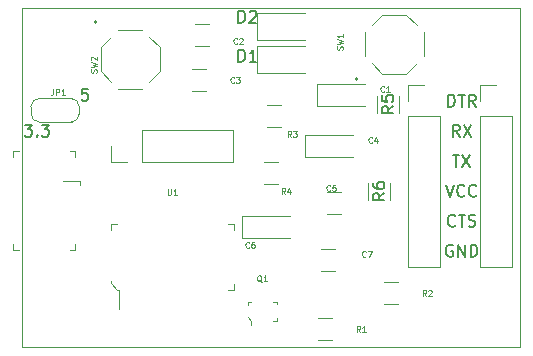
<source format=gbr>
G04 #@! TF.GenerationSoftware,KiCad,Pcbnew,5.1.9+dfsg1-1*
G04 #@! TF.CreationDate,2021-07-15T21:40:15-06:00*
G04 #@! TF.ProjectId,ESP_Programmer,4553505f-5072-46f6-9772-616d6d65722e,rev?*
G04 #@! TF.SameCoordinates,Original*
G04 #@! TF.FileFunction,Legend,Top*
G04 #@! TF.FilePolarity,Positive*
%FSLAX46Y46*%
G04 Gerber Fmt 4.6, Leading zero omitted, Abs format (unit mm)*
G04 Created by KiCad (PCBNEW 5.1.9+dfsg1-1) date 2021-07-15 21:40:15*
%MOMM*%
%LPD*%
G01*
G04 APERTURE LIST*
G04 #@! TA.AperFunction,Profile*
%ADD10C,0.050000*%
G04 #@! TD*
%ADD11C,0.120000*%
%ADD12C,0.150000*%
%ADD13C,0.070000*%
G04 APERTURE END LIST*
D10*
X184658000Y-116840000D02*
X195580000Y-116840000D01*
X184658000Y-88138000D02*
X184658000Y-116840000D01*
X184912000Y-88138000D02*
X184658000Y-88138000D01*
X226822000Y-88138000D02*
X184912000Y-88138000D01*
X226822000Y-116840000D02*
X226822000Y-88138000D01*
X226568000Y-116840000D02*
X226822000Y-116840000D01*
X195580000Y-116840000D02*
X226568000Y-116840000D01*
D11*
G04 #@! TO.C,R6*
X213974000Y-104359064D02*
X213974000Y-102904936D01*
X215794000Y-104359064D02*
X215794000Y-102904936D01*
G04 #@! TO.C,R5*
X214736000Y-96993064D02*
X214736000Y-95538936D01*
X216556000Y-96993064D02*
X216556000Y-95538936D01*
G04 #@! TO.C,D2*
X208610000Y-88527000D02*
X204550000Y-88527000D01*
X204550000Y-88527000D02*
X204550000Y-90797000D01*
X204550000Y-90797000D02*
X208610000Y-90797000D01*
G04 #@! TO.C,D1*
X208610000Y-91321000D02*
X204550000Y-91321000D01*
X204550000Y-91321000D02*
X204550000Y-93591000D01*
X204550000Y-93591000D02*
X208610000Y-93591000D01*
G04 #@! TO.C,U1*
X202558000Y-112020000D02*
X202058000Y-112020000D01*
X202558000Y-112020000D02*
X202558000Y-111520000D01*
X202558000Y-106420000D02*
X202058000Y-106420000D01*
X202558000Y-106420000D02*
X202558000Y-106920000D01*
X192158000Y-106420000D02*
X192658000Y-106420000D01*
X192158000Y-106420000D02*
X192158000Y-106920000D01*
X192833000Y-111970000D02*
X192833000Y-113645000D01*
X192683000Y-111970000D02*
X192833000Y-111970000D01*
X192158000Y-111445000D02*
X192683000Y-111970000D01*
X192158000Y-111270000D02*
X192158000Y-111445000D01*
G04 #@! TO.C,SW2*
X191302002Y-91455997D02*
X192202003Y-90555999D01*
X191302002Y-93455998D02*
X192202003Y-94355996D01*
X195402002Y-94355996D02*
X196302003Y-93455998D01*
X195402002Y-90555999D02*
X196302003Y-91455997D01*
X192802002Y-89955997D02*
X194802003Y-89955997D01*
X196302003Y-93455998D02*
X196302003Y-91455997D01*
X191302002Y-93455998D02*
X191302002Y-91455997D01*
X192802002Y-94955998D02*
X194802003Y-94955998D01*
X190977004Y-89305999D02*
G75*
G03*
X190977004Y-89305999I-125001J0D01*
G01*
G04 #@! TO.C,SW1*
X215153997Y-93685998D02*
X214253999Y-92785997D01*
X217153998Y-93685998D02*
X218053996Y-92785997D01*
X218053996Y-89585998D02*
X217153998Y-88685997D01*
X214253999Y-89585998D02*
X215153997Y-88685997D01*
X213653997Y-92185998D02*
X213653997Y-90185997D01*
X217153998Y-88685997D02*
X215153997Y-88685997D01*
X217153998Y-93685998D02*
X215153997Y-93685998D01*
X218653998Y-92185998D02*
X218653998Y-90185997D01*
X213129000Y-94135997D02*
G75*
G03*
X213129000Y-94135997I-125001J0D01*
G01*
G04 #@! TO.C,R4*
X205137936Y-103018000D02*
X206342064Y-103018000D01*
X205137936Y-101198000D02*
X206342064Y-101198000D01*
G04 #@! TO.C,R3*
X205391936Y-98192000D02*
X206596064Y-98192000D01*
X205391936Y-96372000D02*
X206596064Y-96372000D01*
G04 #@! TO.C,R2*
X216502064Y-111358000D02*
X215297936Y-111358000D01*
X216502064Y-113178000D02*
X215297936Y-113178000D01*
G04 #@! TO.C,R1*
X210914064Y-114406000D02*
X209709936Y-114406000D01*
X210914064Y-116226000D02*
X209709936Y-116226000D01*
G04 #@! TO.C,Q1*
X206203000Y-112992000D02*
X206203000Y-113217000D01*
X205903000Y-112992000D02*
X206203000Y-112992000D01*
X206203000Y-114592000D02*
X206203000Y-114342000D01*
X205928000Y-114592000D02*
X206203000Y-114592000D01*
X203753000Y-112992000D02*
X203753000Y-113292000D01*
X204053000Y-112992000D02*
X203753000Y-112992000D01*
X204053000Y-114592000D02*
X204053000Y-114992000D01*
X203753000Y-114267000D02*
X204053000Y-114592000D01*
G04 #@! TO.C,JP1*
X186052000Y-95774000D02*
X188852000Y-95774000D01*
X189502000Y-96474000D02*
X189502000Y-97074000D01*
X188852000Y-97774000D02*
X186052000Y-97774000D01*
X185402000Y-97074000D02*
X185402000Y-96474000D01*
X185402000Y-96474000D02*
G75*
G02*
X186102000Y-95774000I700000J0D01*
G01*
X186102000Y-97774000D02*
G75*
G02*
X185402000Y-97074000I0J700000D01*
G01*
X189502000Y-97074000D02*
G75*
G02*
X188802000Y-97774000I-700000J0D01*
G01*
X188802000Y-95774000D02*
G75*
G02*
X189502000Y-96474000I0J-700000D01*
G01*
G04 #@! TO.C,J4*
X223460000Y-94682000D02*
X224790000Y-94682000D01*
X223460000Y-96012000D02*
X223460000Y-94682000D01*
X223460000Y-97282000D02*
X226120000Y-97282000D01*
X226120000Y-97282000D02*
X226120000Y-110042000D01*
X223460000Y-97282000D02*
X223460000Y-110042000D01*
X223460000Y-110042000D02*
X226120000Y-110042000D01*
G04 #@! TO.C,J3*
X217364000Y-94682000D02*
X218694000Y-94682000D01*
X217364000Y-96012000D02*
X217364000Y-94682000D01*
X217364000Y-97282000D02*
X220024000Y-97282000D01*
X220024000Y-97282000D02*
X220024000Y-110042000D01*
X217364000Y-97282000D02*
X217364000Y-110042000D01*
X217364000Y-110042000D02*
X220024000Y-110042000D01*
G04 #@! TO.C,J2*
X192218000Y-101152000D02*
X192218000Y-99822000D01*
X193548000Y-101152000D02*
X192218000Y-101152000D01*
X194818000Y-101152000D02*
X194818000Y-98492000D01*
X194818000Y-98492000D02*
X202498000Y-98492000D01*
X194818000Y-101152000D02*
X202498000Y-101152000D01*
X202498000Y-101152000D02*
X202498000Y-98492000D01*
G04 #@! TO.C,J1*
X189322000Y-102794000D02*
X189522000Y-102794000D01*
X189522000Y-102794000D02*
X189522000Y-103094000D01*
X189322000Y-102794000D02*
X188122000Y-102794000D01*
X183922000Y-108594000D02*
X184422000Y-108594000D01*
X183922000Y-108094000D02*
X183922000Y-108594000D01*
X183922000Y-100194000D02*
X184422000Y-100194000D01*
X183922000Y-100194000D02*
X183922000Y-100694000D01*
X189172000Y-100194000D02*
X188672000Y-100194000D01*
X189172000Y-100694000D02*
X189172000Y-100194000D01*
X189172000Y-108594000D02*
X188672000Y-108594000D01*
X189172000Y-108594000D02*
X189172000Y-108094000D01*
G04 #@! TO.C,C7*
X209927436Y-110384000D02*
X211131564Y-110384000D01*
X209927436Y-108564000D02*
X211131564Y-108564000D01*
G04 #@! TO.C,C6*
X203255000Y-107615000D02*
X207340000Y-107615000D01*
X203255000Y-105745000D02*
X203255000Y-107615000D01*
X207340000Y-105745000D02*
X203255000Y-105745000D01*
G04 #@! TO.C,C5*
X210471936Y-105558000D02*
X211676064Y-105558000D01*
X210471936Y-103738000D02*
X211676064Y-103738000D01*
G04 #@! TO.C,C4*
X208589000Y-100757000D02*
X212674000Y-100757000D01*
X208589000Y-98887000D02*
X208589000Y-100757000D01*
X212674000Y-98887000D02*
X208589000Y-98887000D01*
G04 #@! TO.C,C3*
X199041936Y-95144000D02*
X200246064Y-95144000D01*
X199041936Y-93324000D02*
X200246064Y-93324000D01*
G04 #@! TO.C,C2*
X200500064Y-91334000D02*
X199295936Y-91334000D01*
X200500064Y-89514000D02*
X199295936Y-89514000D01*
G04 #@! TO.C,C1*
X209605000Y-96439000D02*
X213690000Y-96439000D01*
X209605000Y-94569000D02*
X209605000Y-96439000D01*
X213690000Y-94569000D02*
X209605000Y-94569000D01*
G04 #@! TD*
G04 #@! TO.C,R6*
D12*
X215336380Y-103798666D02*
X214860190Y-104132000D01*
X215336380Y-104370095D02*
X214336380Y-104370095D01*
X214336380Y-103989142D01*
X214384000Y-103893904D01*
X214431619Y-103846285D01*
X214526857Y-103798666D01*
X214669714Y-103798666D01*
X214764952Y-103846285D01*
X214812571Y-103893904D01*
X214860190Y-103989142D01*
X214860190Y-104370095D01*
X214336380Y-102941523D02*
X214336380Y-103132000D01*
X214384000Y-103227238D01*
X214431619Y-103274857D01*
X214574476Y-103370095D01*
X214764952Y-103417714D01*
X215145904Y-103417714D01*
X215241142Y-103370095D01*
X215288761Y-103322476D01*
X215336380Y-103227238D01*
X215336380Y-103036761D01*
X215288761Y-102941523D01*
X215241142Y-102893904D01*
X215145904Y-102846285D01*
X214907809Y-102846285D01*
X214812571Y-102893904D01*
X214764952Y-102941523D01*
X214717333Y-103036761D01*
X214717333Y-103227238D01*
X214764952Y-103322476D01*
X214812571Y-103370095D01*
X214907809Y-103417714D01*
G04 #@! TO.C,R5*
X216098380Y-96432666D02*
X215622190Y-96766000D01*
X216098380Y-97004095D02*
X215098380Y-97004095D01*
X215098380Y-96623142D01*
X215146000Y-96527904D01*
X215193619Y-96480285D01*
X215288857Y-96432666D01*
X215431714Y-96432666D01*
X215526952Y-96480285D01*
X215574571Y-96527904D01*
X215622190Y-96623142D01*
X215622190Y-97004095D01*
X215098380Y-95527904D02*
X215098380Y-96004095D01*
X215574571Y-96051714D01*
X215526952Y-96004095D01*
X215479333Y-95908857D01*
X215479333Y-95670761D01*
X215526952Y-95575523D01*
X215574571Y-95527904D01*
X215669809Y-95480285D01*
X215907904Y-95480285D01*
X216003142Y-95527904D01*
X216050761Y-95575523D01*
X216098380Y-95670761D01*
X216098380Y-95908857D01*
X216050761Y-96004095D01*
X216003142Y-96051714D01*
G04 #@! TO.C,D2*
X202969904Y-89352380D02*
X202969904Y-88352380D01*
X203208000Y-88352380D01*
X203350857Y-88400000D01*
X203446095Y-88495238D01*
X203493714Y-88590476D01*
X203541333Y-88780952D01*
X203541333Y-88923809D01*
X203493714Y-89114285D01*
X203446095Y-89209523D01*
X203350857Y-89304761D01*
X203208000Y-89352380D01*
X202969904Y-89352380D01*
X203922285Y-88447619D02*
X203969904Y-88400000D01*
X204065142Y-88352380D01*
X204303238Y-88352380D01*
X204398476Y-88400000D01*
X204446095Y-88447619D01*
X204493714Y-88542857D01*
X204493714Y-88638095D01*
X204446095Y-88780952D01*
X203874666Y-89352380D01*
X204493714Y-89352380D01*
G04 #@! TO.C,D1*
X202969904Y-92654380D02*
X202969904Y-91654380D01*
X203208000Y-91654380D01*
X203350857Y-91702000D01*
X203446095Y-91797238D01*
X203493714Y-91892476D01*
X203541333Y-92082952D01*
X203541333Y-92225809D01*
X203493714Y-92416285D01*
X203446095Y-92511523D01*
X203350857Y-92606761D01*
X203208000Y-92654380D01*
X202969904Y-92654380D01*
X204493714Y-92654380D02*
X203922285Y-92654380D01*
X204208000Y-92654380D02*
X204208000Y-91654380D01*
X204112761Y-91797238D01*
X204017523Y-91892476D01*
X203922285Y-91940095D01*
G04 #@! TO.C,U1*
D13*
X196977047Y-103436190D02*
X196977047Y-103840952D01*
X197000857Y-103888571D01*
X197024666Y-103912380D01*
X197072285Y-103936190D01*
X197167523Y-103936190D01*
X197215142Y-103912380D01*
X197238952Y-103888571D01*
X197262761Y-103840952D01*
X197262761Y-103436190D01*
X197762761Y-103936190D02*
X197477047Y-103936190D01*
X197619904Y-103936190D02*
X197619904Y-103436190D01*
X197572285Y-103507619D01*
X197524666Y-103555238D01*
X197477047Y-103579047D01*
G04 #@! TO.C,SW2*
X190956380Y-93585261D02*
X190980190Y-93513833D01*
X190980190Y-93394785D01*
X190956380Y-93347166D01*
X190932571Y-93323357D01*
X190884952Y-93299547D01*
X190837333Y-93299547D01*
X190789714Y-93323357D01*
X190765904Y-93347166D01*
X190742095Y-93394785D01*
X190718285Y-93490023D01*
X190694476Y-93537642D01*
X190670666Y-93561452D01*
X190623047Y-93585261D01*
X190575428Y-93585261D01*
X190527809Y-93561452D01*
X190504000Y-93537642D01*
X190480190Y-93490023D01*
X190480190Y-93370976D01*
X190504000Y-93299547D01*
X190480190Y-93132880D02*
X190980190Y-93013833D01*
X190623047Y-92918595D01*
X190980190Y-92823357D01*
X190480190Y-92704309D01*
X190527809Y-92537642D02*
X190504000Y-92513833D01*
X190480190Y-92466214D01*
X190480190Y-92347166D01*
X190504000Y-92299547D01*
X190527809Y-92275738D01*
X190575428Y-92251928D01*
X190623047Y-92251928D01*
X190694476Y-92275738D01*
X190980190Y-92561452D01*
X190980190Y-92251928D01*
G04 #@! TO.C,SW1*
X211784380Y-91644071D02*
X211808190Y-91572642D01*
X211808190Y-91453595D01*
X211784380Y-91405976D01*
X211760571Y-91382166D01*
X211712952Y-91358357D01*
X211665333Y-91358357D01*
X211617714Y-91382166D01*
X211593904Y-91405976D01*
X211570095Y-91453595D01*
X211546285Y-91548833D01*
X211522476Y-91596452D01*
X211498666Y-91620261D01*
X211451047Y-91644071D01*
X211403428Y-91644071D01*
X211355809Y-91620261D01*
X211332000Y-91596452D01*
X211308190Y-91548833D01*
X211308190Y-91429785D01*
X211332000Y-91358357D01*
X211308190Y-91191690D02*
X211808190Y-91072642D01*
X211451047Y-90977404D01*
X211808190Y-90882166D01*
X211308190Y-90763119D01*
X211808190Y-90310738D02*
X211808190Y-90596452D01*
X211808190Y-90453595D02*
X211308190Y-90453595D01*
X211379619Y-90501214D01*
X211427238Y-90548833D01*
X211451047Y-90596452D01*
G04 #@! TO.C,R4*
X206926666Y-103858190D02*
X206760000Y-103620095D01*
X206640952Y-103858190D02*
X206640952Y-103358190D01*
X206831428Y-103358190D01*
X206879047Y-103382000D01*
X206902857Y-103405809D01*
X206926666Y-103453428D01*
X206926666Y-103524857D01*
X206902857Y-103572476D01*
X206879047Y-103596285D01*
X206831428Y-103620095D01*
X206640952Y-103620095D01*
X207355238Y-103524857D02*
X207355238Y-103858190D01*
X207236190Y-103334380D02*
X207117142Y-103691523D01*
X207426666Y-103691523D01*
G04 #@! TO.C,R3*
X207434666Y-99032190D02*
X207268000Y-98794095D01*
X207148952Y-99032190D02*
X207148952Y-98532190D01*
X207339428Y-98532190D01*
X207387047Y-98556000D01*
X207410857Y-98579809D01*
X207434666Y-98627428D01*
X207434666Y-98698857D01*
X207410857Y-98746476D01*
X207387047Y-98770285D01*
X207339428Y-98794095D01*
X207148952Y-98794095D01*
X207601333Y-98532190D02*
X207910857Y-98532190D01*
X207744190Y-98722666D01*
X207815619Y-98722666D01*
X207863238Y-98746476D01*
X207887047Y-98770285D01*
X207910857Y-98817904D01*
X207910857Y-98936952D01*
X207887047Y-98984571D01*
X207863238Y-99008380D01*
X207815619Y-99032190D01*
X207672761Y-99032190D01*
X207625142Y-99008380D01*
X207601333Y-98984571D01*
G04 #@! TO.C,R2*
X218864666Y-112494190D02*
X218698000Y-112256095D01*
X218578952Y-112494190D02*
X218578952Y-111994190D01*
X218769428Y-111994190D01*
X218817047Y-112018000D01*
X218840857Y-112041809D01*
X218864666Y-112089428D01*
X218864666Y-112160857D01*
X218840857Y-112208476D01*
X218817047Y-112232285D01*
X218769428Y-112256095D01*
X218578952Y-112256095D01*
X219055142Y-112041809D02*
X219078952Y-112018000D01*
X219126571Y-111994190D01*
X219245619Y-111994190D01*
X219293238Y-112018000D01*
X219317047Y-112041809D01*
X219340857Y-112089428D01*
X219340857Y-112137047D01*
X219317047Y-112208476D01*
X219031333Y-112494190D01*
X219340857Y-112494190D01*
G04 #@! TO.C,R1*
X213276666Y-115542190D02*
X213110000Y-115304095D01*
X212990952Y-115542190D02*
X212990952Y-115042190D01*
X213181428Y-115042190D01*
X213229047Y-115066000D01*
X213252857Y-115089809D01*
X213276666Y-115137428D01*
X213276666Y-115208857D01*
X213252857Y-115256476D01*
X213229047Y-115280285D01*
X213181428Y-115304095D01*
X212990952Y-115304095D01*
X213752857Y-115542190D02*
X213467142Y-115542190D01*
X213610000Y-115542190D02*
X213610000Y-115042190D01*
X213562380Y-115113619D01*
X213514761Y-115161238D01*
X213467142Y-115185047D01*
G04 #@! TO.C,Q1*
X204930380Y-111315809D02*
X204882761Y-111292000D01*
X204835142Y-111244380D01*
X204763714Y-111172952D01*
X204716095Y-111149142D01*
X204668476Y-111149142D01*
X204692285Y-111268190D02*
X204644666Y-111244380D01*
X204597047Y-111196761D01*
X204573238Y-111101523D01*
X204573238Y-110934857D01*
X204597047Y-110839619D01*
X204644666Y-110792000D01*
X204692285Y-110768190D01*
X204787523Y-110768190D01*
X204835142Y-110792000D01*
X204882761Y-110839619D01*
X204906571Y-110934857D01*
X204906571Y-111101523D01*
X204882761Y-111196761D01*
X204835142Y-111244380D01*
X204787523Y-111268190D01*
X204692285Y-111268190D01*
X205382761Y-111268190D02*
X205097047Y-111268190D01*
X205239904Y-111268190D02*
X205239904Y-110768190D01*
X205192285Y-110839619D01*
X205144666Y-110887238D01*
X205097047Y-110911047D01*
G04 #@! TO.C,JP1*
X187289333Y-94976190D02*
X187289333Y-95333333D01*
X187265523Y-95404761D01*
X187217904Y-95452380D01*
X187146476Y-95476190D01*
X187098857Y-95476190D01*
X187527428Y-95476190D02*
X187527428Y-94976190D01*
X187717904Y-94976190D01*
X187765523Y-95000000D01*
X187789333Y-95023809D01*
X187813142Y-95071428D01*
X187813142Y-95142857D01*
X187789333Y-95190476D01*
X187765523Y-95214285D01*
X187717904Y-95238095D01*
X187527428Y-95238095D01*
X188289333Y-95476190D02*
X188003619Y-95476190D01*
X188146476Y-95476190D02*
X188146476Y-94976190D01*
X188098857Y-95047619D01*
X188051238Y-95095238D01*
X188003619Y-95119047D01*
D12*
X184880380Y-98004380D02*
X185499428Y-98004380D01*
X185166095Y-98385333D01*
X185308952Y-98385333D01*
X185404190Y-98432952D01*
X185451809Y-98480571D01*
X185499428Y-98575809D01*
X185499428Y-98813904D01*
X185451809Y-98909142D01*
X185404190Y-98956761D01*
X185308952Y-99004380D01*
X185023238Y-99004380D01*
X184928000Y-98956761D01*
X184880380Y-98909142D01*
X185928000Y-98909142D02*
X185975619Y-98956761D01*
X185928000Y-99004380D01*
X185880380Y-98956761D01*
X185928000Y-98909142D01*
X185928000Y-99004380D01*
X186308952Y-98004380D02*
X186928000Y-98004380D01*
X186594666Y-98385333D01*
X186737523Y-98385333D01*
X186832761Y-98432952D01*
X186880380Y-98480571D01*
X186928000Y-98575809D01*
X186928000Y-98813904D01*
X186880380Y-98909142D01*
X186832761Y-98956761D01*
X186737523Y-99004380D01*
X186451809Y-99004380D01*
X186356571Y-98956761D01*
X186308952Y-98909142D01*
X190230095Y-94956380D02*
X189753904Y-94956380D01*
X189706285Y-95432571D01*
X189753904Y-95384952D01*
X189849142Y-95337333D01*
X190087238Y-95337333D01*
X190182476Y-95384952D01*
X190230095Y-95432571D01*
X190277714Y-95527809D01*
X190277714Y-95765904D01*
X190230095Y-95861142D01*
X190182476Y-95908761D01*
X190087238Y-95956380D01*
X189849142Y-95956380D01*
X189753904Y-95908761D01*
X189706285Y-95861142D01*
G04 #@! TO.C,J3*
X220726142Y-96464380D02*
X220726142Y-95464380D01*
X220964238Y-95464380D01*
X221107095Y-95512000D01*
X221202333Y-95607238D01*
X221249952Y-95702476D01*
X221297571Y-95892952D01*
X221297571Y-96035809D01*
X221249952Y-96226285D01*
X221202333Y-96321523D01*
X221107095Y-96416761D01*
X220964238Y-96464380D01*
X220726142Y-96464380D01*
X221583285Y-95464380D02*
X222154714Y-95464380D01*
X221869000Y-96464380D02*
X221869000Y-95464380D01*
X223059476Y-96464380D02*
X222726142Y-95988190D01*
X222488047Y-96464380D02*
X222488047Y-95464380D01*
X222869000Y-95464380D01*
X222964238Y-95512000D01*
X223011857Y-95559619D01*
X223059476Y-95654857D01*
X223059476Y-95797714D01*
X223011857Y-95892952D01*
X222964238Y-95940571D01*
X222869000Y-95988190D01*
X222488047Y-95988190D01*
X221702333Y-99004380D02*
X221369000Y-98528190D01*
X221130904Y-99004380D02*
X221130904Y-98004380D01*
X221511857Y-98004380D01*
X221607095Y-98052000D01*
X221654714Y-98099619D01*
X221702333Y-98194857D01*
X221702333Y-98337714D01*
X221654714Y-98432952D01*
X221607095Y-98480571D01*
X221511857Y-98528190D01*
X221130904Y-98528190D01*
X222035666Y-98004380D02*
X222702333Y-99004380D01*
X222702333Y-98004380D02*
X222035666Y-99004380D01*
X221107095Y-100544380D02*
X221678523Y-100544380D01*
X221392809Y-101544380D02*
X221392809Y-100544380D01*
X221916619Y-100544380D02*
X222583285Y-101544380D01*
X222583285Y-100544380D02*
X221916619Y-101544380D01*
X220535666Y-103084380D02*
X220869000Y-104084380D01*
X221202333Y-103084380D01*
X222107095Y-103989142D02*
X222059476Y-104036761D01*
X221916619Y-104084380D01*
X221821380Y-104084380D01*
X221678523Y-104036761D01*
X221583285Y-103941523D01*
X221535666Y-103846285D01*
X221488047Y-103655809D01*
X221488047Y-103512952D01*
X221535666Y-103322476D01*
X221583285Y-103227238D01*
X221678523Y-103132000D01*
X221821380Y-103084380D01*
X221916619Y-103084380D01*
X222059476Y-103132000D01*
X222107095Y-103179619D01*
X223107095Y-103989142D02*
X223059476Y-104036761D01*
X222916619Y-104084380D01*
X222821380Y-104084380D01*
X222678523Y-104036761D01*
X222583285Y-103941523D01*
X222535666Y-103846285D01*
X222488047Y-103655809D01*
X222488047Y-103512952D01*
X222535666Y-103322476D01*
X222583285Y-103227238D01*
X222678523Y-103132000D01*
X222821380Y-103084380D01*
X222916619Y-103084380D01*
X223059476Y-103132000D01*
X223107095Y-103179619D01*
X221321380Y-106529142D02*
X221273761Y-106576761D01*
X221130904Y-106624380D01*
X221035666Y-106624380D01*
X220892809Y-106576761D01*
X220797571Y-106481523D01*
X220749952Y-106386285D01*
X220702333Y-106195809D01*
X220702333Y-106052952D01*
X220749952Y-105862476D01*
X220797571Y-105767238D01*
X220892809Y-105672000D01*
X221035666Y-105624380D01*
X221130904Y-105624380D01*
X221273761Y-105672000D01*
X221321380Y-105719619D01*
X221607095Y-105624380D02*
X222178523Y-105624380D01*
X221892809Y-106624380D02*
X221892809Y-105624380D01*
X222464238Y-106576761D02*
X222607095Y-106624380D01*
X222845190Y-106624380D01*
X222940428Y-106576761D01*
X222988047Y-106529142D01*
X223035666Y-106433904D01*
X223035666Y-106338666D01*
X222988047Y-106243428D01*
X222940428Y-106195809D01*
X222845190Y-106148190D01*
X222654714Y-106100571D01*
X222559476Y-106052952D01*
X222511857Y-106005333D01*
X222464238Y-105910095D01*
X222464238Y-105814857D01*
X222511857Y-105719619D01*
X222559476Y-105672000D01*
X222654714Y-105624380D01*
X222892809Y-105624380D01*
X223035666Y-105672000D01*
X221107095Y-108212000D02*
X221011857Y-108164380D01*
X220869000Y-108164380D01*
X220726142Y-108212000D01*
X220630904Y-108307238D01*
X220583285Y-108402476D01*
X220535666Y-108592952D01*
X220535666Y-108735809D01*
X220583285Y-108926285D01*
X220630904Y-109021523D01*
X220726142Y-109116761D01*
X220869000Y-109164380D01*
X220964238Y-109164380D01*
X221107095Y-109116761D01*
X221154714Y-109069142D01*
X221154714Y-108735809D01*
X220964238Y-108735809D01*
X221583285Y-109164380D02*
X221583285Y-108164380D01*
X222154714Y-109164380D01*
X222154714Y-108164380D01*
X222630904Y-109164380D02*
X222630904Y-108164380D01*
X222869000Y-108164380D01*
X223011857Y-108212000D01*
X223107095Y-108307238D01*
X223154714Y-108402476D01*
X223202333Y-108592952D01*
X223202333Y-108735809D01*
X223154714Y-108926285D01*
X223107095Y-109021523D01*
X223011857Y-109116761D01*
X222869000Y-109164380D01*
X222630904Y-109164380D01*
G04 #@! TO.C,C7*
D13*
X213748166Y-109144571D02*
X213724357Y-109168380D01*
X213652928Y-109192190D01*
X213605309Y-109192190D01*
X213533880Y-109168380D01*
X213486261Y-109120761D01*
X213462452Y-109073142D01*
X213438642Y-108977904D01*
X213438642Y-108906476D01*
X213462452Y-108811238D01*
X213486261Y-108763619D01*
X213533880Y-108716000D01*
X213605309Y-108692190D01*
X213652928Y-108692190D01*
X213724357Y-108716000D01*
X213748166Y-108739809D01*
X213914833Y-108692190D02*
X214248166Y-108692190D01*
X214033880Y-109192190D01*
G04 #@! TO.C,C6*
X203878666Y-108382571D02*
X203854857Y-108406380D01*
X203783428Y-108430190D01*
X203735809Y-108430190D01*
X203664380Y-108406380D01*
X203616761Y-108358761D01*
X203592952Y-108311142D01*
X203569142Y-108215904D01*
X203569142Y-108144476D01*
X203592952Y-108049238D01*
X203616761Y-108001619D01*
X203664380Y-107954000D01*
X203735809Y-107930190D01*
X203783428Y-107930190D01*
X203854857Y-107954000D01*
X203878666Y-107977809D01*
X204307238Y-107930190D02*
X204212000Y-107930190D01*
X204164380Y-107954000D01*
X204140571Y-107977809D01*
X204092952Y-108049238D01*
X204069142Y-108144476D01*
X204069142Y-108334952D01*
X204092952Y-108382571D01*
X204116761Y-108406380D01*
X204164380Y-108430190D01*
X204259619Y-108430190D01*
X204307238Y-108406380D01*
X204331047Y-108382571D01*
X204354857Y-108334952D01*
X204354857Y-108215904D01*
X204331047Y-108168285D01*
X204307238Y-108144476D01*
X204259619Y-108120666D01*
X204164380Y-108120666D01*
X204116761Y-108144476D01*
X204092952Y-108168285D01*
X204069142Y-108215904D01*
G04 #@! TO.C,C5*
X210736666Y-103556571D02*
X210712857Y-103580380D01*
X210641428Y-103604190D01*
X210593809Y-103604190D01*
X210522380Y-103580380D01*
X210474761Y-103532761D01*
X210450952Y-103485142D01*
X210427142Y-103389904D01*
X210427142Y-103318476D01*
X210450952Y-103223238D01*
X210474761Y-103175619D01*
X210522380Y-103128000D01*
X210593809Y-103104190D01*
X210641428Y-103104190D01*
X210712857Y-103128000D01*
X210736666Y-103151809D01*
X211189047Y-103104190D02*
X210950952Y-103104190D01*
X210927142Y-103342285D01*
X210950952Y-103318476D01*
X210998571Y-103294666D01*
X211117619Y-103294666D01*
X211165238Y-103318476D01*
X211189047Y-103342285D01*
X211212857Y-103389904D01*
X211212857Y-103508952D01*
X211189047Y-103556571D01*
X211165238Y-103580380D01*
X211117619Y-103604190D01*
X210998571Y-103604190D01*
X210950952Y-103580380D01*
X210927142Y-103556571D01*
G04 #@! TO.C,C4*
X214292666Y-99492571D02*
X214268857Y-99516380D01*
X214197428Y-99540190D01*
X214149809Y-99540190D01*
X214078380Y-99516380D01*
X214030761Y-99468761D01*
X214006952Y-99421142D01*
X213983142Y-99325904D01*
X213983142Y-99254476D01*
X214006952Y-99159238D01*
X214030761Y-99111619D01*
X214078380Y-99064000D01*
X214149809Y-99040190D01*
X214197428Y-99040190D01*
X214268857Y-99064000D01*
X214292666Y-99087809D01*
X214721238Y-99206857D02*
X214721238Y-99540190D01*
X214602190Y-99016380D02*
X214483142Y-99373523D01*
X214792666Y-99373523D01*
G04 #@! TO.C,C3*
X202608666Y-94412571D02*
X202584857Y-94436380D01*
X202513428Y-94460190D01*
X202465809Y-94460190D01*
X202394380Y-94436380D01*
X202346761Y-94388761D01*
X202322952Y-94341142D01*
X202299142Y-94245904D01*
X202299142Y-94174476D01*
X202322952Y-94079238D01*
X202346761Y-94031619D01*
X202394380Y-93984000D01*
X202465809Y-93960190D01*
X202513428Y-93960190D01*
X202584857Y-93984000D01*
X202608666Y-94007809D01*
X202775333Y-93960190D02*
X203084857Y-93960190D01*
X202918190Y-94150666D01*
X202989619Y-94150666D01*
X203037238Y-94174476D01*
X203061047Y-94198285D01*
X203084857Y-94245904D01*
X203084857Y-94364952D01*
X203061047Y-94412571D01*
X203037238Y-94436380D01*
X202989619Y-94460190D01*
X202846761Y-94460190D01*
X202799142Y-94436380D01*
X202775333Y-94412571D01*
G04 #@! TO.C,C2*
X202862666Y-91110571D02*
X202838857Y-91134380D01*
X202767428Y-91158190D01*
X202719809Y-91158190D01*
X202648380Y-91134380D01*
X202600761Y-91086761D01*
X202576952Y-91039142D01*
X202553142Y-90943904D01*
X202553142Y-90872476D01*
X202576952Y-90777238D01*
X202600761Y-90729619D01*
X202648380Y-90682000D01*
X202719809Y-90658190D01*
X202767428Y-90658190D01*
X202838857Y-90682000D01*
X202862666Y-90705809D01*
X203053142Y-90705809D02*
X203076952Y-90682000D01*
X203124571Y-90658190D01*
X203243619Y-90658190D01*
X203291238Y-90682000D01*
X203315047Y-90705809D01*
X203338857Y-90753428D01*
X203338857Y-90801047D01*
X203315047Y-90872476D01*
X203029333Y-91158190D01*
X203338857Y-91158190D01*
G04 #@! TO.C,C1*
X215308666Y-95174571D02*
X215284857Y-95198380D01*
X215213428Y-95222190D01*
X215165809Y-95222190D01*
X215094380Y-95198380D01*
X215046761Y-95150761D01*
X215022952Y-95103142D01*
X214999142Y-95007904D01*
X214999142Y-94936476D01*
X215022952Y-94841238D01*
X215046761Y-94793619D01*
X215094380Y-94746000D01*
X215165809Y-94722190D01*
X215213428Y-94722190D01*
X215284857Y-94746000D01*
X215308666Y-94769809D01*
X215784857Y-95222190D02*
X215499142Y-95222190D01*
X215642000Y-95222190D02*
X215642000Y-94722190D01*
X215594380Y-94793619D01*
X215546761Y-94841238D01*
X215499142Y-94865047D01*
G04 #@! TD*
M02*

</source>
